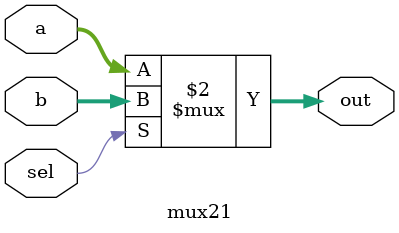
<source format=sv>
module mux21 (input logic [31:0] a, b, input logic sel, output logic [31:0] out);

    always_comb
    begin
         out = sel? b: a;
    end

endmodule

</source>
